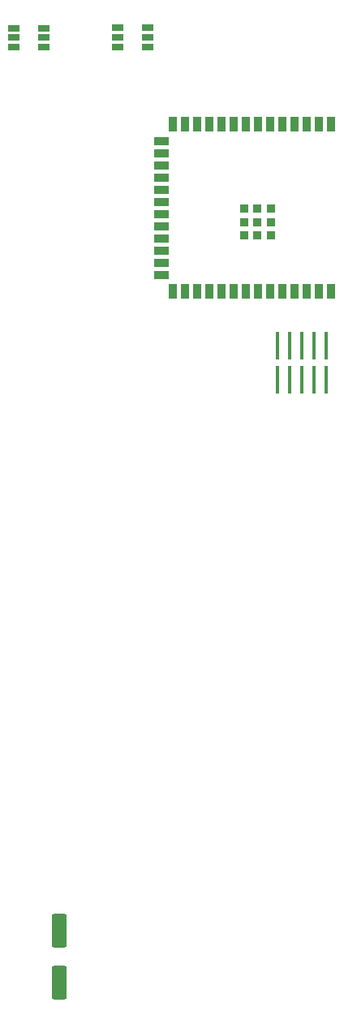
<source format=gbr>
%TF.GenerationSoftware,KiCad,Pcbnew,7.0.1*%
%TF.CreationDate,2023-04-18T20:02:19-05:00*%
%TF.ProjectId,bitaxeMax_socket_v2,62697461-7865-44d6-9178-5f736f636b65,rev?*%
%TF.SameCoordinates,Original*%
%TF.FileFunction,Paste,Bot*%
%TF.FilePolarity,Positive*%
%FSLAX46Y46*%
G04 Gerber Fmt 4.6, Leading zero omitted, Abs format (unit mm)*
G04 Created by KiCad (PCBNEW 7.0.1) date 2023-04-18 20:02:19*
%MOMM*%
%LPD*%
G01*
G04 APERTURE LIST*
G04 Aperture macros list*
%AMRoundRect*
0 Rectangle with rounded corners*
0 $1 Rounding radius*
0 $2 $3 $4 $5 $6 $7 $8 $9 X,Y pos of 4 corners*
0 Add a 4 corners polygon primitive as box body*
4,1,4,$2,$3,$4,$5,$6,$7,$8,$9,$2,$3,0*
0 Add four circle primitives for the rounded corners*
1,1,$1+$1,$2,$3*
1,1,$1+$1,$4,$5*
1,1,$1+$1,$6,$7*
1,1,$1+$1,$8,$9*
0 Add four rect primitives between the rounded corners*
20,1,$1+$1,$2,$3,$4,$5,0*
20,1,$1+$1,$4,$5,$6,$7,0*
20,1,$1+$1,$6,$7,$8,$9,0*
20,1,$1+$1,$8,$9,$2,$3,0*%
G04 Aperture macros list end*
%ADD10R,0.900000X1.500000*%
%ADD11R,1.500000X0.900000*%
%ADD12R,0.900000X0.900000*%
%ADD13R,1.193800X0.711200*%
%ADD14RoundRect,0.250000X-0.550000X1.500000X-0.550000X-1.500000X0.550000X-1.500000X0.550000X1.500000X0*%
%ADD15R,0.457200X2.997200*%
G04 APERTURE END LIST*
D10*
%TO.C,U12*%
X131870000Y-81710000D03*
X130600000Y-81710000D03*
X129330000Y-81710000D03*
X128060000Y-81710000D03*
X126790000Y-81710000D03*
X125520000Y-81710000D03*
X124250000Y-81710000D03*
X122980000Y-81710000D03*
X121710000Y-81710000D03*
X120440000Y-81710000D03*
X119170000Y-81710000D03*
X117900000Y-81710000D03*
X116630000Y-81710000D03*
X115360000Y-81710000D03*
D11*
X114110000Y-79945000D03*
X114110000Y-78675000D03*
X114110000Y-77405000D03*
X114110000Y-76135000D03*
X114110000Y-74865000D03*
X114110000Y-73595000D03*
X114110000Y-72325000D03*
X114110000Y-71055000D03*
X114110000Y-69785000D03*
X114110000Y-68515000D03*
X114110000Y-67245000D03*
X114110000Y-65975000D03*
D10*
X115360000Y-64210000D03*
X116630000Y-64210000D03*
X117900000Y-64210000D03*
X119170000Y-64210000D03*
X120440000Y-64210000D03*
X121710000Y-64210000D03*
X122980000Y-64210000D03*
X124250000Y-64210000D03*
X125520000Y-64210000D03*
X126790000Y-64210000D03*
X128060000Y-64210000D03*
X129330000Y-64210000D03*
X130600000Y-64210000D03*
X131870000Y-64210000D03*
D12*
X122750000Y-75860000D03*
X124150000Y-75860000D03*
X125550000Y-75860000D03*
X122750000Y-74460000D03*
X124150000Y-74460000D03*
X125550000Y-74460000D03*
X122750000Y-73060000D03*
X124150000Y-73060000D03*
X125550000Y-73060000D03*
%TD*%
D13*
%TO.C,U13*%
X112698247Y-54179999D03*
X112698247Y-55180000D03*
X112698247Y-56180001D03*
X109574047Y-56180001D03*
X109574047Y-55180000D03*
X109574047Y-54179999D03*
%TD*%
D14*
%TO.C,C28*%
X103505000Y-148430000D03*
X103505000Y-153830000D03*
%TD*%
D15*
%TO.C,J10*%
X131285000Y-90882000D03*
X131285000Y-87326000D03*
X130015000Y-90882000D03*
X130015000Y-87326000D03*
X128745000Y-90882000D03*
X128745000Y-87326000D03*
X127475000Y-90882000D03*
X127475000Y-87326000D03*
X126205000Y-90882000D03*
X126205000Y-87326000D03*
%TD*%
D13*
%TO.C,U4*%
X101864394Y-54209999D03*
X101864394Y-55210000D03*
X101864394Y-56210001D03*
X98740194Y-56210001D03*
X98740194Y-55210000D03*
X98740194Y-54209999D03*
%TD*%
M02*

</source>
